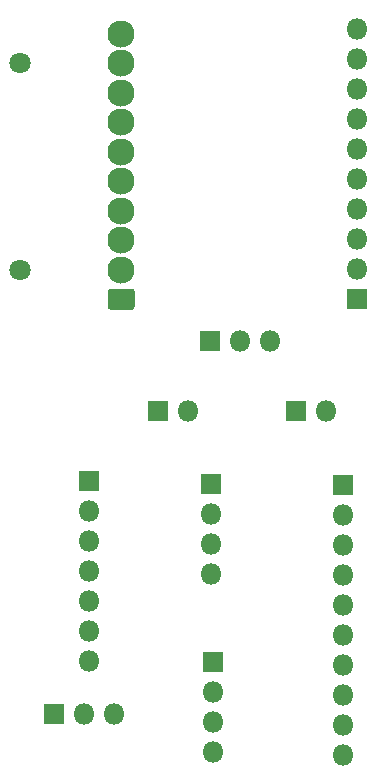
<source format=gbr>
%TF.GenerationSoftware,KiCad,Pcbnew,5.1.6-c6e7f7d~87~ubuntu16.04.1*%
%TF.CreationDate,2020-08-06T14:46:29+05:00*%
%TF.ProjectId,adapter,61646170-7465-4722-9e6b-696361645f70,rev?*%
%TF.SameCoordinates,Original*%
%TF.FileFunction,Soldermask,Bot*%
%TF.FilePolarity,Negative*%
%FSLAX46Y46*%
G04 Gerber Fmt 4.6, Leading zero omitted, Abs format (unit mm)*
G04 Created by KiCad (PCBNEW 5.1.6-c6e7f7d~87~ubuntu16.04.1) date 2020-08-06 14:46:29*
%MOMM*%
%LPD*%
G01*
G04 APERTURE LIST*
%ADD10C,2.300000*%
%ADD11C,1.800000*%
%ADD12R,1.800000X1.800000*%
%ADD13O,1.800000X1.800000*%
G04 APERTURE END LIST*
%TO.C,J1*%
G36*
G01*
X31150000Y-49364706D02*
X31150000Y-50635294D01*
G75*
G02*
X30885294Y-50900000I-264706J0D01*
G01*
X29114706Y-50900000D01*
G75*
G02*
X28850000Y-50635294I0J264706D01*
G01*
X28850000Y-49364706D01*
G75*
G02*
X29114706Y-49100000I264706J0D01*
G01*
X30885294Y-49100000D01*
G75*
G02*
X31150000Y-49364706I0J-264706D01*
G01*
G37*
D10*
X30000000Y-47500000D03*
X30000000Y-45000000D03*
X30000000Y-42500000D03*
X30000000Y-40000000D03*
X30000000Y-37500000D03*
X30000000Y-35000000D03*
X30000000Y-32500000D03*
D11*
X21400000Y-47500000D03*
X21400000Y-30000000D03*
D10*
X30000000Y-30000000D03*
X30000000Y-27500000D03*
%TD*%
D12*
%TO.C,J2*%
X50000000Y-50000000D03*
D13*
X50000000Y-47460000D03*
X50000000Y-44920000D03*
X50000000Y-42380000D03*
X50000000Y-39840000D03*
X50000000Y-37300000D03*
X50000000Y-34760000D03*
X50000000Y-32220000D03*
X50000000Y-29680000D03*
X50000000Y-27140000D03*
%TD*%
D12*
%TO.C,J3*%
X27300000Y-65425001D03*
D13*
X27300000Y-67965001D03*
X27300000Y-70505001D03*
X27300000Y-73045001D03*
X27300000Y-75585001D03*
X27300000Y-78125001D03*
X27300000Y-80665001D03*
%TD*%
%TO.C,J6*%
X29380000Y-85100000D03*
X26840000Y-85100000D03*
D12*
X24300000Y-85100000D03*
%TD*%
%TO.C,J7*%
X37500000Y-53500000D03*
D13*
X40040000Y-53500000D03*
X42580000Y-53500000D03*
%TD*%
D12*
%TO.C,J8*%
X33100000Y-59500000D03*
D13*
X35640000Y-59500000D03*
%TD*%
D12*
%TO.C,J9*%
X37800000Y-80700000D03*
D13*
X37800000Y-83240000D03*
X37800000Y-85780000D03*
X37800000Y-88320000D03*
%TD*%
D12*
%TO.C,J4*%
X37600000Y-65600000D03*
D13*
X37600000Y-68140000D03*
X37600000Y-70680000D03*
X37600000Y-73220000D03*
%TD*%
D12*
%TO.C,J5*%
X48800000Y-65700000D03*
D13*
X48800000Y-68240000D03*
X48800000Y-70780000D03*
X48800000Y-73320000D03*
X48800000Y-75860000D03*
X48800000Y-78400000D03*
X48800000Y-80940000D03*
X48800000Y-83480000D03*
X48800000Y-86020000D03*
X48800000Y-88560000D03*
%TD*%
D12*
%TO.C,J10*%
X44800000Y-59500000D03*
D13*
X47340000Y-59500000D03*
%TD*%
M02*

</source>
